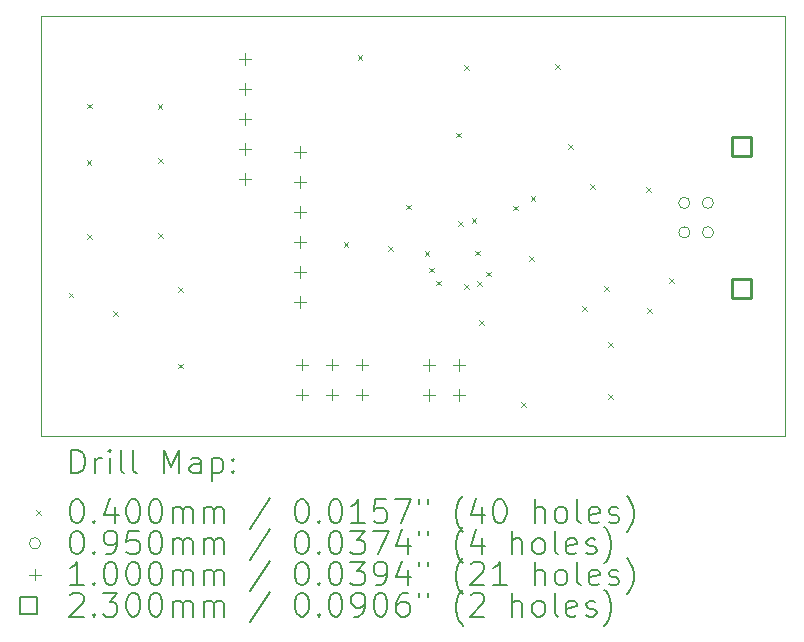
<source format=gbr>
%TF.GenerationSoftware,KiCad,Pcbnew,8.0.1+dfsg-1*%
%TF.CreationDate,2024-03-31T16:11:40+00:00*%
%TF.ProjectId,t1,74312e6b-6963-4616-945f-706362585858,WIP*%
%TF.SameCoordinates,Original*%
%TF.FileFunction,Drillmap*%
%TF.FilePolarity,Positive*%
%FSLAX45Y45*%
G04 Gerber Fmt 4.5, Leading zero omitted, Abs format (unit mm)*
G04 Created by KiCad (PCBNEW 8.0.1+dfsg-1) date 2024-03-31 16:11:40*
%MOMM*%
%LPD*%
G01*
G04 APERTURE LIST*
%ADD10C,0.050000*%
%ADD11C,0.200000*%
%ADD12C,0.100000*%
%ADD13C,0.230000*%
G04 APERTURE END LIST*
D10*
X11900000Y-10130000D02*
X18200000Y-10130000D01*
X18200000Y-10130000D02*
X18200000Y-6570000D01*
X11900000Y-6570000D02*
X11900000Y-10130000D01*
X18200000Y-6570000D02*
X11900000Y-6570000D01*
D11*
D12*
X12136440Y-8913180D02*
X12176440Y-8953180D01*
X12176440Y-8913180D02*
X12136440Y-8953180D01*
X12288840Y-7793040D02*
X12328840Y-7833040D01*
X12328840Y-7793040D02*
X12288840Y-7833040D01*
X12291380Y-7312980D02*
X12331380Y-7352980D01*
X12331380Y-7312980D02*
X12291380Y-7352980D01*
X12293920Y-8420420D02*
X12333920Y-8460420D01*
X12333920Y-8420420D02*
X12293920Y-8460420D01*
X12514900Y-9070660D02*
X12554900Y-9110660D01*
X12554900Y-9070660D02*
X12514900Y-9110660D01*
X12888280Y-7318060D02*
X12928280Y-7358060D01*
X12928280Y-7318060D02*
X12888280Y-7358060D01*
X12890820Y-7775260D02*
X12930820Y-7815260D01*
X12930820Y-7775260D02*
X12890820Y-7815260D01*
X12890820Y-8410260D02*
X12930820Y-8450260D01*
X12930820Y-8410260D02*
X12890820Y-8450260D01*
X13061000Y-9515160D02*
X13101000Y-9555160D01*
X13101000Y-9515160D02*
X13061000Y-9555160D01*
X13063540Y-8870000D02*
X13103540Y-8910000D01*
X13103540Y-8870000D02*
X13063540Y-8910000D01*
X14463080Y-8486460D02*
X14503080Y-8526460D01*
X14503080Y-8486460D02*
X14463080Y-8526460D01*
X14582460Y-6904040D02*
X14622460Y-6944040D01*
X14622460Y-6904040D02*
X14582460Y-6944040D01*
X14839511Y-8518969D02*
X14879511Y-8558969D01*
X14879511Y-8518969D02*
X14839511Y-8558969D01*
X14993940Y-8168960D02*
X15033940Y-8208960D01*
X15033940Y-8168960D02*
X14993940Y-8208960D01*
X15148910Y-8565200D02*
X15188910Y-8605200D01*
X15188910Y-8565200D02*
X15148910Y-8605200D01*
X15186980Y-8702360D02*
X15226980Y-8742360D01*
X15226980Y-8702360D02*
X15186980Y-8742360D01*
X15247940Y-8811580D02*
X15287940Y-8851580D01*
X15287940Y-8811580D02*
X15247940Y-8851580D01*
X15415580Y-7559360D02*
X15455580Y-7599360D01*
X15455580Y-7559360D02*
X15415580Y-7599360D01*
X15433360Y-8308660D02*
X15473360Y-8348660D01*
X15473360Y-8308660D02*
X15433360Y-8348660D01*
X15484160Y-6987860D02*
X15524160Y-7027860D01*
X15524160Y-6987860D02*
X15484160Y-7027860D01*
X15486700Y-8839520D02*
X15526700Y-8879520D01*
X15526700Y-8839520D02*
X15486700Y-8879520D01*
X15547660Y-8285800D02*
X15587660Y-8325800D01*
X15587660Y-8285800D02*
X15547660Y-8325800D01*
X15575600Y-8557580D02*
X15615600Y-8597580D01*
X15615600Y-8557580D02*
X15575600Y-8597580D01*
X15595920Y-8819200D02*
X15635920Y-8859200D01*
X15635920Y-8819200D02*
X15595920Y-8859200D01*
X15608620Y-9149400D02*
X15648620Y-9189400D01*
X15648620Y-9149400D02*
X15608620Y-9189400D01*
X15669580Y-8735380D02*
X15709580Y-8775380D01*
X15709580Y-8735380D02*
X15669580Y-8775380D01*
X15898180Y-8176580D02*
X15938180Y-8216580D01*
X15938180Y-8176580D02*
X15898180Y-8216580D01*
X15964220Y-9840280D02*
X16004220Y-9880280D01*
X16004220Y-9840280D02*
X15964220Y-9880280D01*
X16035340Y-8603300D02*
X16075340Y-8643300D01*
X16075340Y-8603300D02*
X16035340Y-8643300D01*
X16048040Y-8095300D02*
X16088040Y-8135300D01*
X16088040Y-8095300D02*
X16048040Y-8135300D01*
X16256320Y-6980240D02*
X16296320Y-7020240D01*
X16296320Y-6980240D02*
X16256320Y-7020240D01*
X16363000Y-7655880D02*
X16403000Y-7695880D01*
X16403000Y-7655880D02*
X16363000Y-7695880D01*
X16484920Y-9024940D02*
X16524920Y-9064940D01*
X16524920Y-9024940D02*
X16484920Y-9064940D01*
X16553500Y-7996240D02*
X16593500Y-8036240D01*
X16593500Y-7996240D02*
X16553500Y-8036240D01*
X16667800Y-8857300D02*
X16707800Y-8897300D01*
X16707800Y-8857300D02*
X16667800Y-8897300D01*
X16703360Y-9332280D02*
X16743360Y-9372280D01*
X16743360Y-9332280D02*
X16703360Y-9372280D01*
X16705900Y-9774240D02*
X16745900Y-9814240D01*
X16745900Y-9774240D02*
X16705900Y-9814240D01*
X17025940Y-8021640D02*
X17065940Y-8061640D01*
X17065940Y-8021640D02*
X17025940Y-8061640D01*
X17036100Y-9047800D02*
X17076100Y-9087800D01*
X17076100Y-9047800D02*
X17036100Y-9087800D01*
X17218980Y-8793800D02*
X17258980Y-8833800D01*
X17258980Y-8793800D02*
X17218980Y-8833800D01*
X17395700Y-8153400D02*
G75*
G02*
X17300700Y-8153400I-47500J0D01*
G01*
X17300700Y-8153400D02*
G75*
G02*
X17395700Y-8153400I47500J0D01*
G01*
X17395700Y-8403400D02*
G75*
G02*
X17300700Y-8403400I-47500J0D01*
G01*
X17300700Y-8403400D02*
G75*
G02*
X17395700Y-8403400I47500J0D01*
G01*
X17595700Y-8153400D02*
G75*
G02*
X17500700Y-8153400I-47500J0D01*
G01*
X17500700Y-8153400D02*
G75*
G02*
X17595700Y-8153400I47500J0D01*
G01*
X17595700Y-8403400D02*
G75*
G02*
X17500700Y-8403400I-47500J0D01*
G01*
X17500700Y-8403400D02*
G75*
G02*
X17595700Y-8403400I47500J0D01*
G01*
X13630000Y-6884000D02*
X13630000Y-6984000D01*
X13580000Y-6934000D02*
X13680000Y-6934000D01*
X13630000Y-7138000D02*
X13630000Y-7238000D01*
X13580000Y-7188000D02*
X13680000Y-7188000D01*
X13630000Y-7392000D02*
X13630000Y-7492000D01*
X13580000Y-7442000D02*
X13680000Y-7442000D01*
X13630000Y-7646000D02*
X13630000Y-7746000D01*
X13580000Y-7696000D02*
X13680000Y-7696000D01*
X13630000Y-7900000D02*
X13630000Y-8000000D01*
X13580000Y-7950000D02*
X13680000Y-7950000D01*
X14097000Y-7671600D02*
X14097000Y-7771600D01*
X14047000Y-7721600D02*
X14147000Y-7721600D01*
X14097000Y-7925600D02*
X14097000Y-8025600D01*
X14047000Y-7975600D02*
X14147000Y-7975600D01*
X14097000Y-8179600D02*
X14097000Y-8279600D01*
X14047000Y-8229600D02*
X14147000Y-8229600D01*
X14097000Y-8433600D02*
X14097000Y-8533600D01*
X14047000Y-8483600D02*
X14147000Y-8483600D01*
X14097000Y-8687600D02*
X14097000Y-8787600D01*
X14047000Y-8737600D02*
X14147000Y-8737600D01*
X14097000Y-8941600D02*
X14097000Y-9041600D01*
X14047000Y-8991600D02*
X14147000Y-8991600D01*
X14112240Y-9472460D02*
X14112240Y-9572460D01*
X14062240Y-9522460D02*
X14162240Y-9522460D01*
X14112240Y-9726460D02*
X14112240Y-9826460D01*
X14062240Y-9776460D02*
X14162240Y-9776460D01*
X14366240Y-9472460D02*
X14366240Y-9572460D01*
X14316240Y-9522460D02*
X14416240Y-9522460D01*
X14366240Y-9726460D02*
X14366240Y-9826460D01*
X14316240Y-9776460D02*
X14416240Y-9776460D01*
X14620240Y-9472460D02*
X14620240Y-9572460D01*
X14570240Y-9522460D02*
X14670240Y-9522460D01*
X14620240Y-9726460D02*
X14620240Y-9826460D01*
X14570240Y-9776460D02*
X14670240Y-9776460D01*
X15189200Y-9475000D02*
X15189200Y-9575000D01*
X15139200Y-9525000D02*
X15239200Y-9525000D01*
X15189200Y-9729000D02*
X15189200Y-9829000D01*
X15139200Y-9779000D02*
X15239200Y-9779000D01*
X15443200Y-9475000D02*
X15443200Y-9575000D01*
X15393200Y-9525000D02*
X15493200Y-9525000D01*
X15443200Y-9729000D02*
X15443200Y-9829000D01*
X15393200Y-9779000D02*
X15493200Y-9779000D01*
D13*
X17915518Y-7759718D02*
X17915518Y-7597082D01*
X17752882Y-7597082D01*
X17752882Y-7759718D01*
X17915518Y-7759718D01*
X17915518Y-8959718D02*
X17915518Y-8797082D01*
X17752882Y-8797082D01*
X17752882Y-8959718D01*
X17915518Y-8959718D01*
D11*
X12158277Y-10443984D02*
X12158277Y-10243984D01*
X12158277Y-10243984D02*
X12205896Y-10243984D01*
X12205896Y-10243984D02*
X12234467Y-10253508D01*
X12234467Y-10253508D02*
X12253515Y-10272555D01*
X12253515Y-10272555D02*
X12263039Y-10291603D01*
X12263039Y-10291603D02*
X12272562Y-10329698D01*
X12272562Y-10329698D02*
X12272562Y-10358270D01*
X12272562Y-10358270D02*
X12263039Y-10396365D01*
X12263039Y-10396365D02*
X12253515Y-10415412D01*
X12253515Y-10415412D02*
X12234467Y-10434460D01*
X12234467Y-10434460D02*
X12205896Y-10443984D01*
X12205896Y-10443984D02*
X12158277Y-10443984D01*
X12358277Y-10443984D02*
X12358277Y-10310650D01*
X12358277Y-10348746D02*
X12367801Y-10329698D01*
X12367801Y-10329698D02*
X12377324Y-10320174D01*
X12377324Y-10320174D02*
X12396372Y-10310650D01*
X12396372Y-10310650D02*
X12415420Y-10310650D01*
X12482086Y-10443984D02*
X12482086Y-10310650D01*
X12482086Y-10243984D02*
X12472562Y-10253508D01*
X12472562Y-10253508D02*
X12482086Y-10263031D01*
X12482086Y-10263031D02*
X12491610Y-10253508D01*
X12491610Y-10253508D02*
X12482086Y-10243984D01*
X12482086Y-10243984D02*
X12482086Y-10263031D01*
X12605896Y-10443984D02*
X12586848Y-10434460D01*
X12586848Y-10434460D02*
X12577324Y-10415412D01*
X12577324Y-10415412D02*
X12577324Y-10243984D01*
X12710658Y-10443984D02*
X12691610Y-10434460D01*
X12691610Y-10434460D02*
X12682086Y-10415412D01*
X12682086Y-10415412D02*
X12682086Y-10243984D01*
X12939229Y-10443984D02*
X12939229Y-10243984D01*
X12939229Y-10243984D02*
X13005896Y-10386841D01*
X13005896Y-10386841D02*
X13072562Y-10243984D01*
X13072562Y-10243984D02*
X13072562Y-10443984D01*
X13253515Y-10443984D02*
X13253515Y-10339222D01*
X13253515Y-10339222D02*
X13243991Y-10320174D01*
X13243991Y-10320174D02*
X13224943Y-10310650D01*
X13224943Y-10310650D02*
X13186848Y-10310650D01*
X13186848Y-10310650D02*
X13167801Y-10320174D01*
X13253515Y-10434460D02*
X13234467Y-10443984D01*
X13234467Y-10443984D02*
X13186848Y-10443984D01*
X13186848Y-10443984D02*
X13167801Y-10434460D01*
X13167801Y-10434460D02*
X13158277Y-10415412D01*
X13158277Y-10415412D02*
X13158277Y-10396365D01*
X13158277Y-10396365D02*
X13167801Y-10377317D01*
X13167801Y-10377317D02*
X13186848Y-10367793D01*
X13186848Y-10367793D02*
X13234467Y-10367793D01*
X13234467Y-10367793D02*
X13253515Y-10358270D01*
X13348753Y-10310650D02*
X13348753Y-10510650D01*
X13348753Y-10320174D02*
X13367801Y-10310650D01*
X13367801Y-10310650D02*
X13405896Y-10310650D01*
X13405896Y-10310650D02*
X13424943Y-10320174D01*
X13424943Y-10320174D02*
X13434467Y-10329698D01*
X13434467Y-10329698D02*
X13443991Y-10348746D01*
X13443991Y-10348746D02*
X13443991Y-10405889D01*
X13443991Y-10405889D02*
X13434467Y-10424936D01*
X13434467Y-10424936D02*
X13424943Y-10434460D01*
X13424943Y-10434460D02*
X13405896Y-10443984D01*
X13405896Y-10443984D02*
X13367801Y-10443984D01*
X13367801Y-10443984D02*
X13348753Y-10434460D01*
X13529705Y-10424936D02*
X13539229Y-10434460D01*
X13539229Y-10434460D02*
X13529705Y-10443984D01*
X13529705Y-10443984D02*
X13520182Y-10434460D01*
X13520182Y-10434460D02*
X13529705Y-10424936D01*
X13529705Y-10424936D02*
X13529705Y-10443984D01*
X13529705Y-10320174D02*
X13539229Y-10329698D01*
X13539229Y-10329698D02*
X13529705Y-10339222D01*
X13529705Y-10339222D02*
X13520182Y-10329698D01*
X13520182Y-10329698D02*
X13529705Y-10320174D01*
X13529705Y-10320174D02*
X13529705Y-10339222D01*
D12*
X11857500Y-10752500D02*
X11897500Y-10792500D01*
X11897500Y-10752500D02*
X11857500Y-10792500D01*
D11*
X12196372Y-10663984D02*
X12215420Y-10663984D01*
X12215420Y-10663984D02*
X12234467Y-10673508D01*
X12234467Y-10673508D02*
X12243991Y-10683031D01*
X12243991Y-10683031D02*
X12253515Y-10702079D01*
X12253515Y-10702079D02*
X12263039Y-10740174D01*
X12263039Y-10740174D02*
X12263039Y-10787793D01*
X12263039Y-10787793D02*
X12253515Y-10825889D01*
X12253515Y-10825889D02*
X12243991Y-10844936D01*
X12243991Y-10844936D02*
X12234467Y-10854460D01*
X12234467Y-10854460D02*
X12215420Y-10863984D01*
X12215420Y-10863984D02*
X12196372Y-10863984D01*
X12196372Y-10863984D02*
X12177324Y-10854460D01*
X12177324Y-10854460D02*
X12167801Y-10844936D01*
X12167801Y-10844936D02*
X12158277Y-10825889D01*
X12158277Y-10825889D02*
X12148753Y-10787793D01*
X12148753Y-10787793D02*
X12148753Y-10740174D01*
X12148753Y-10740174D02*
X12158277Y-10702079D01*
X12158277Y-10702079D02*
X12167801Y-10683031D01*
X12167801Y-10683031D02*
X12177324Y-10673508D01*
X12177324Y-10673508D02*
X12196372Y-10663984D01*
X12348753Y-10844936D02*
X12358277Y-10854460D01*
X12358277Y-10854460D02*
X12348753Y-10863984D01*
X12348753Y-10863984D02*
X12339229Y-10854460D01*
X12339229Y-10854460D02*
X12348753Y-10844936D01*
X12348753Y-10844936D02*
X12348753Y-10863984D01*
X12529705Y-10730650D02*
X12529705Y-10863984D01*
X12482086Y-10654460D02*
X12434467Y-10797317D01*
X12434467Y-10797317D02*
X12558277Y-10797317D01*
X12672562Y-10663984D02*
X12691610Y-10663984D01*
X12691610Y-10663984D02*
X12710658Y-10673508D01*
X12710658Y-10673508D02*
X12720182Y-10683031D01*
X12720182Y-10683031D02*
X12729705Y-10702079D01*
X12729705Y-10702079D02*
X12739229Y-10740174D01*
X12739229Y-10740174D02*
X12739229Y-10787793D01*
X12739229Y-10787793D02*
X12729705Y-10825889D01*
X12729705Y-10825889D02*
X12720182Y-10844936D01*
X12720182Y-10844936D02*
X12710658Y-10854460D01*
X12710658Y-10854460D02*
X12691610Y-10863984D01*
X12691610Y-10863984D02*
X12672562Y-10863984D01*
X12672562Y-10863984D02*
X12653515Y-10854460D01*
X12653515Y-10854460D02*
X12643991Y-10844936D01*
X12643991Y-10844936D02*
X12634467Y-10825889D01*
X12634467Y-10825889D02*
X12624943Y-10787793D01*
X12624943Y-10787793D02*
X12624943Y-10740174D01*
X12624943Y-10740174D02*
X12634467Y-10702079D01*
X12634467Y-10702079D02*
X12643991Y-10683031D01*
X12643991Y-10683031D02*
X12653515Y-10673508D01*
X12653515Y-10673508D02*
X12672562Y-10663984D01*
X12863039Y-10663984D02*
X12882086Y-10663984D01*
X12882086Y-10663984D02*
X12901134Y-10673508D01*
X12901134Y-10673508D02*
X12910658Y-10683031D01*
X12910658Y-10683031D02*
X12920182Y-10702079D01*
X12920182Y-10702079D02*
X12929705Y-10740174D01*
X12929705Y-10740174D02*
X12929705Y-10787793D01*
X12929705Y-10787793D02*
X12920182Y-10825889D01*
X12920182Y-10825889D02*
X12910658Y-10844936D01*
X12910658Y-10844936D02*
X12901134Y-10854460D01*
X12901134Y-10854460D02*
X12882086Y-10863984D01*
X12882086Y-10863984D02*
X12863039Y-10863984D01*
X12863039Y-10863984D02*
X12843991Y-10854460D01*
X12843991Y-10854460D02*
X12834467Y-10844936D01*
X12834467Y-10844936D02*
X12824943Y-10825889D01*
X12824943Y-10825889D02*
X12815420Y-10787793D01*
X12815420Y-10787793D02*
X12815420Y-10740174D01*
X12815420Y-10740174D02*
X12824943Y-10702079D01*
X12824943Y-10702079D02*
X12834467Y-10683031D01*
X12834467Y-10683031D02*
X12843991Y-10673508D01*
X12843991Y-10673508D02*
X12863039Y-10663984D01*
X13015420Y-10863984D02*
X13015420Y-10730650D01*
X13015420Y-10749698D02*
X13024943Y-10740174D01*
X13024943Y-10740174D02*
X13043991Y-10730650D01*
X13043991Y-10730650D02*
X13072563Y-10730650D01*
X13072563Y-10730650D02*
X13091610Y-10740174D01*
X13091610Y-10740174D02*
X13101134Y-10759222D01*
X13101134Y-10759222D02*
X13101134Y-10863984D01*
X13101134Y-10759222D02*
X13110658Y-10740174D01*
X13110658Y-10740174D02*
X13129705Y-10730650D01*
X13129705Y-10730650D02*
X13158277Y-10730650D01*
X13158277Y-10730650D02*
X13177324Y-10740174D01*
X13177324Y-10740174D02*
X13186848Y-10759222D01*
X13186848Y-10759222D02*
X13186848Y-10863984D01*
X13282086Y-10863984D02*
X13282086Y-10730650D01*
X13282086Y-10749698D02*
X13291610Y-10740174D01*
X13291610Y-10740174D02*
X13310658Y-10730650D01*
X13310658Y-10730650D02*
X13339229Y-10730650D01*
X13339229Y-10730650D02*
X13358277Y-10740174D01*
X13358277Y-10740174D02*
X13367801Y-10759222D01*
X13367801Y-10759222D02*
X13367801Y-10863984D01*
X13367801Y-10759222D02*
X13377324Y-10740174D01*
X13377324Y-10740174D02*
X13396372Y-10730650D01*
X13396372Y-10730650D02*
X13424943Y-10730650D01*
X13424943Y-10730650D02*
X13443991Y-10740174D01*
X13443991Y-10740174D02*
X13453515Y-10759222D01*
X13453515Y-10759222D02*
X13453515Y-10863984D01*
X13843991Y-10654460D02*
X13672563Y-10911603D01*
X14101134Y-10663984D02*
X14120182Y-10663984D01*
X14120182Y-10663984D02*
X14139229Y-10673508D01*
X14139229Y-10673508D02*
X14148753Y-10683031D01*
X14148753Y-10683031D02*
X14158277Y-10702079D01*
X14158277Y-10702079D02*
X14167801Y-10740174D01*
X14167801Y-10740174D02*
X14167801Y-10787793D01*
X14167801Y-10787793D02*
X14158277Y-10825889D01*
X14158277Y-10825889D02*
X14148753Y-10844936D01*
X14148753Y-10844936D02*
X14139229Y-10854460D01*
X14139229Y-10854460D02*
X14120182Y-10863984D01*
X14120182Y-10863984D02*
X14101134Y-10863984D01*
X14101134Y-10863984D02*
X14082086Y-10854460D01*
X14082086Y-10854460D02*
X14072563Y-10844936D01*
X14072563Y-10844936D02*
X14063039Y-10825889D01*
X14063039Y-10825889D02*
X14053515Y-10787793D01*
X14053515Y-10787793D02*
X14053515Y-10740174D01*
X14053515Y-10740174D02*
X14063039Y-10702079D01*
X14063039Y-10702079D02*
X14072563Y-10683031D01*
X14072563Y-10683031D02*
X14082086Y-10673508D01*
X14082086Y-10673508D02*
X14101134Y-10663984D01*
X14253515Y-10844936D02*
X14263039Y-10854460D01*
X14263039Y-10854460D02*
X14253515Y-10863984D01*
X14253515Y-10863984D02*
X14243991Y-10854460D01*
X14243991Y-10854460D02*
X14253515Y-10844936D01*
X14253515Y-10844936D02*
X14253515Y-10863984D01*
X14386848Y-10663984D02*
X14405896Y-10663984D01*
X14405896Y-10663984D02*
X14424944Y-10673508D01*
X14424944Y-10673508D02*
X14434467Y-10683031D01*
X14434467Y-10683031D02*
X14443991Y-10702079D01*
X14443991Y-10702079D02*
X14453515Y-10740174D01*
X14453515Y-10740174D02*
X14453515Y-10787793D01*
X14453515Y-10787793D02*
X14443991Y-10825889D01*
X14443991Y-10825889D02*
X14434467Y-10844936D01*
X14434467Y-10844936D02*
X14424944Y-10854460D01*
X14424944Y-10854460D02*
X14405896Y-10863984D01*
X14405896Y-10863984D02*
X14386848Y-10863984D01*
X14386848Y-10863984D02*
X14367801Y-10854460D01*
X14367801Y-10854460D02*
X14358277Y-10844936D01*
X14358277Y-10844936D02*
X14348753Y-10825889D01*
X14348753Y-10825889D02*
X14339229Y-10787793D01*
X14339229Y-10787793D02*
X14339229Y-10740174D01*
X14339229Y-10740174D02*
X14348753Y-10702079D01*
X14348753Y-10702079D02*
X14358277Y-10683031D01*
X14358277Y-10683031D02*
X14367801Y-10673508D01*
X14367801Y-10673508D02*
X14386848Y-10663984D01*
X14643991Y-10863984D02*
X14529706Y-10863984D01*
X14586848Y-10863984D02*
X14586848Y-10663984D01*
X14586848Y-10663984D02*
X14567801Y-10692555D01*
X14567801Y-10692555D02*
X14548753Y-10711603D01*
X14548753Y-10711603D02*
X14529706Y-10721127D01*
X14824944Y-10663984D02*
X14729706Y-10663984D01*
X14729706Y-10663984D02*
X14720182Y-10759222D01*
X14720182Y-10759222D02*
X14729706Y-10749698D01*
X14729706Y-10749698D02*
X14748753Y-10740174D01*
X14748753Y-10740174D02*
X14796372Y-10740174D01*
X14796372Y-10740174D02*
X14815420Y-10749698D01*
X14815420Y-10749698D02*
X14824944Y-10759222D01*
X14824944Y-10759222D02*
X14834467Y-10778270D01*
X14834467Y-10778270D02*
X14834467Y-10825889D01*
X14834467Y-10825889D02*
X14824944Y-10844936D01*
X14824944Y-10844936D02*
X14815420Y-10854460D01*
X14815420Y-10854460D02*
X14796372Y-10863984D01*
X14796372Y-10863984D02*
X14748753Y-10863984D01*
X14748753Y-10863984D02*
X14729706Y-10854460D01*
X14729706Y-10854460D02*
X14720182Y-10844936D01*
X14901134Y-10663984D02*
X15034467Y-10663984D01*
X15034467Y-10663984D02*
X14948753Y-10863984D01*
X15101134Y-10663984D02*
X15101134Y-10702079D01*
X15177325Y-10663984D02*
X15177325Y-10702079D01*
X15472563Y-10940174D02*
X15463039Y-10930650D01*
X15463039Y-10930650D02*
X15443991Y-10902079D01*
X15443991Y-10902079D02*
X15434468Y-10883031D01*
X15434468Y-10883031D02*
X15424944Y-10854460D01*
X15424944Y-10854460D02*
X15415420Y-10806841D01*
X15415420Y-10806841D02*
X15415420Y-10768746D01*
X15415420Y-10768746D02*
X15424944Y-10721127D01*
X15424944Y-10721127D02*
X15434468Y-10692555D01*
X15434468Y-10692555D02*
X15443991Y-10673508D01*
X15443991Y-10673508D02*
X15463039Y-10644936D01*
X15463039Y-10644936D02*
X15472563Y-10635412D01*
X15634468Y-10730650D02*
X15634468Y-10863984D01*
X15586848Y-10654460D02*
X15539229Y-10797317D01*
X15539229Y-10797317D02*
X15663039Y-10797317D01*
X15777325Y-10663984D02*
X15796372Y-10663984D01*
X15796372Y-10663984D02*
X15815420Y-10673508D01*
X15815420Y-10673508D02*
X15824944Y-10683031D01*
X15824944Y-10683031D02*
X15834468Y-10702079D01*
X15834468Y-10702079D02*
X15843991Y-10740174D01*
X15843991Y-10740174D02*
X15843991Y-10787793D01*
X15843991Y-10787793D02*
X15834468Y-10825889D01*
X15834468Y-10825889D02*
X15824944Y-10844936D01*
X15824944Y-10844936D02*
X15815420Y-10854460D01*
X15815420Y-10854460D02*
X15796372Y-10863984D01*
X15796372Y-10863984D02*
X15777325Y-10863984D01*
X15777325Y-10863984D02*
X15758277Y-10854460D01*
X15758277Y-10854460D02*
X15748753Y-10844936D01*
X15748753Y-10844936D02*
X15739229Y-10825889D01*
X15739229Y-10825889D02*
X15729706Y-10787793D01*
X15729706Y-10787793D02*
X15729706Y-10740174D01*
X15729706Y-10740174D02*
X15739229Y-10702079D01*
X15739229Y-10702079D02*
X15748753Y-10683031D01*
X15748753Y-10683031D02*
X15758277Y-10673508D01*
X15758277Y-10673508D02*
X15777325Y-10663984D01*
X16082087Y-10863984D02*
X16082087Y-10663984D01*
X16167801Y-10863984D02*
X16167801Y-10759222D01*
X16167801Y-10759222D02*
X16158277Y-10740174D01*
X16158277Y-10740174D02*
X16139230Y-10730650D01*
X16139230Y-10730650D02*
X16110658Y-10730650D01*
X16110658Y-10730650D02*
X16091610Y-10740174D01*
X16091610Y-10740174D02*
X16082087Y-10749698D01*
X16291610Y-10863984D02*
X16272563Y-10854460D01*
X16272563Y-10854460D02*
X16263039Y-10844936D01*
X16263039Y-10844936D02*
X16253515Y-10825889D01*
X16253515Y-10825889D02*
X16253515Y-10768746D01*
X16253515Y-10768746D02*
X16263039Y-10749698D01*
X16263039Y-10749698D02*
X16272563Y-10740174D01*
X16272563Y-10740174D02*
X16291610Y-10730650D01*
X16291610Y-10730650D02*
X16320182Y-10730650D01*
X16320182Y-10730650D02*
X16339230Y-10740174D01*
X16339230Y-10740174D02*
X16348753Y-10749698D01*
X16348753Y-10749698D02*
X16358277Y-10768746D01*
X16358277Y-10768746D02*
X16358277Y-10825889D01*
X16358277Y-10825889D02*
X16348753Y-10844936D01*
X16348753Y-10844936D02*
X16339230Y-10854460D01*
X16339230Y-10854460D02*
X16320182Y-10863984D01*
X16320182Y-10863984D02*
X16291610Y-10863984D01*
X16472563Y-10863984D02*
X16453515Y-10854460D01*
X16453515Y-10854460D02*
X16443991Y-10835412D01*
X16443991Y-10835412D02*
X16443991Y-10663984D01*
X16624944Y-10854460D02*
X16605896Y-10863984D01*
X16605896Y-10863984D02*
X16567801Y-10863984D01*
X16567801Y-10863984D02*
X16548753Y-10854460D01*
X16548753Y-10854460D02*
X16539230Y-10835412D01*
X16539230Y-10835412D02*
X16539230Y-10759222D01*
X16539230Y-10759222D02*
X16548753Y-10740174D01*
X16548753Y-10740174D02*
X16567801Y-10730650D01*
X16567801Y-10730650D02*
X16605896Y-10730650D01*
X16605896Y-10730650D02*
X16624944Y-10740174D01*
X16624944Y-10740174D02*
X16634468Y-10759222D01*
X16634468Y-10759222D02*
X16634468Y-10778270D01*
X16634468Y-10778270D02*
X16539230Y-10797317D01*
X16710658Y-10854460D02*
X16729706Y-10863984D01*
X16729706Y-10863984D02*
X16767801Y-10863984D01*
X16767801Y-10863984D02*
X16786849Y-10854460D01*
X16786849Y-10854460D02*
X16796373Y-10835412D01*
X16796373Y-10835412D02*
X16796373Y-10825889D01*
X16796373Y-10825889D02*
X16786849Y-10806841D01*
X16786849Y-10806841D02*
X16767801Y-10797317D01*
X16767801Y-10797317D02*
X16739230Y-10797317D01*
X16739230Y-10797317D02*
X16720182Y-10787793D01*
X16720182Y-10787793D02*
X16710658Y-10768746D01*
X16710658Y-10768746D02*
X16710658Y-10759222D01*
X16710658Y-10759222D02*
X16720182Y-10740174D01*
X16720182Y-10740174D02*
X16739230Y-10730650D01*
X16739230Y-10730650D02*
X16767801Y-10730650D01*
X16767801Y-10730650D02*
X16786849Y-10740174D01*
X16863039Y-10940174D02*
X16872563Y-10930650D01*
X16872563Y-10930650D02*
X16891611Y-10902079D01*
X16891611Y-10902079D02*
X16901134Y-10883031D01*
X16901134Y-10883031D02*
X16910658Y-10854460D01*
X16910658Y-10854460D02*
X16920182Y-10806841D01*
X16920182Y-10806841D02*
X16920182Y-10768746D01*
X16920182Y-10768746D02*
X16910658Y-10721127D01*
X16910658Y-10721127D02*
X16901134Y-10692555D01*
X16901134Y-10692555D02*
X16891611Y-10673508D01*
X16891611Y-10673508D02*
X16872563Y-10644936D01*
X16872563Y-10644936D02*
X16863039Y-10635412D01*
D12*
X11897500Y-11036500D02*
G75*
G02*
X11802500Y-11036500I-47500J0D01*
G01*
X11802500Y-11036500D02*
G75*
G02*
X11897500Y-11036500I47500J0D01*
G01*
D11*
X12196372Y-10927984D02*
X12215420Y-10927984D01*
X12215420Y-10927984D02*
X12234467Y-10937508D01*
X12234467Y-10937508D02*
X12243991Y-10947031D01*
X12243991Y-10947031D02*
X12253515Y-10966079D01*
X12253515Y-10966079D02*
X12263039Y-11004174D01*
X12263039Y-11004174D02*
X12263039Y-11051793D01*
X12263039Y-11051793D02*
X12253515Y-11089889D01*
X12253515Y-11089889D02*
X12243991Y-11108936D01*
X12243991Y-11108936D02*
X12234467Y-11118460D01*
X12234467Y-11118460D02*
X12215420Y-11127984D01*
X12215420Y-11127984D02*
X12196372Y-11127984D01*
X12196372Y-11127984D02*
X12177324Y-11118460D01*
X12177324Y-11118460D02*
X12167801Y-11108936D01*
X12167801Y-11108936D02*
X12158277Y-11089889D01*
X12158277Y-11089889D02*
X12148753Y-11051793D01*
X12148753Y-11051793D02*
X12148753Y-11004174D01*
X12148753Y-11004174D02*
X12158277Y-10966079D01*
X12158277Y-10966079D02*
X12167801Y-10947031D01*
X12167801Y-10947031D02*
X12177324Y-10937508D01*
X12177324Y-10937508D02*
X12196372Y-10927984D01*
X12348753Y-11108936D02*
X12358277Y-11118460D01*
X12358277Y-11118460D02*
X12348753Y-11127984D01*
X12348753Y-11127984D02*
X12339229Y-11118460D01*
X12339229Y-11118460D02*
X12348753Y-11108936D01*
X12348753Y-11108936D02*
X12348753Y-11127984D01*
X12453515Y-11127984D02*
X12491610Y-11127984D01*
X12491610Y-11127984D02*
X12510658Y-11118460D01*
X12510658Y-11118460D02*
X12520182Y-11108936D01*
X12520182Y-11108936D02*
X12539229Y-11080365D01*
X12539229Y-11080365D02*
X12548753Y-11042270D01*
X12548753Y-11042270D02*
X12548753Y-10966079D01*
X12548753Y-10966079D02*
X12539229Y-10947031D01*
X12539229Y-10947031D02*
X12529705Y-10937508D01*
X12529705Y-10937508D02*
X12510658Y-10927984D01*
X12510658Y-10927984D02*
X12472562Y-10927984D01*
X12472562Y-10927984D02*
X12453515Y-10937508D01*
X12453515Y-10937508D02*
X12443991Y-10947031D01*
X12443991Y-10947031D02*
X12434467Y-10966079D01*
X12434467Y-10966079D02*
X12434467Y-11013698D01*
X12434467Y-11013698D02*
X12443991Y-11032746D01*
X12443991Y-11032746D02*
X12453515Y-11042270D01*
X12453515Y-11042270D02*
X12472562Y-11051793D01*
X12472562Y-11051793D02*
X12510658Y-11051793D01*
X12510658Y-11051793D02*
X12529705Y-11042270D01*
X12529705Y-11042270D02*
X12539229Y-11032746D01*
X12539229Y-11032746D02*
X12548753Y-11013698D01*
X12729705Y-10927984D02*
X12634467Y-10927984D01*
X12634467Y-10927984D02*
X12624943Y-11023222D01*
X12624943Y-11023222D02*
X12634467Y-11013698D01*
X12634467Y-11013698D02*
X12653515Y-11004174D01*
X12653515Y-11004174D02*
X12701134Y-11004174D01*
X12701134Y-11004174D02*
X12720182Y-11013698D01*
X12720182Y-11013698D02*
X12729705Y-11023222D01*
X12729705Y-11023222D02*
X12739229Y-11042270D01*
X12739229Y-11042270D02*
X12739229Y-11089889D01*
X12739229Y-11089889D02*
X12729705Y-11108936D01*
X12729705Y-11108936D02*
X12720182Y-11118460D01*
X12720182Y-11118460D02*
X12701134Y-11127984D01*
X12701134Y-11127984D02*
X12653515Y-11127984D01*
X12653515Y-11127984D02*
X12634467Y-11118460D01*
X12634467Y-11118460D02*
X12624943Y-11108936D01*
X12863039Y-10927984D02*
X12882086Y-10927984D01*
X12882086Y-10927984D02*
X12901134Y-10937508D01*
X12901134Y-10937508D02*
X12910658Y-10947031D01*
X12910658Y-10947031D02*
X12920182Y-10966079D01*
X12920182Y-10966079D02*
X12929705Y-11004174D01*
X12929705Y-11004174D02*
X12929705Y-11051793D01*
X12929705Y-11051793D02*
X12920182Y-11089889D01*
X12920182Y-11089889D02*
X12910658Y-11108936D01*
X12910658Y-11108936D02*
X12901134Y-11118460D01*
X12901134Y-11118460D02*
X12882086Y-11127984D01*
X12882086Y-11127984D02*
X12863039Y-11127984D01*
X12863039Y-11127984D02*
X12843991Y-11118460D01*
X12843991Y-11118460D02*
X12834467Y-11108936D01*
X12834467Y-11108936D02*
X12824943Y-11089889D01*
X12824943Y-11089889D02*
X12815420Y-11051793D01*
X12815420Y-11051793D02*
X12815420Y-11004174D01*
X12815420Y-11004174D02*
X12824943Y-10966079D01*
X12824943Y-10966079D02*
X12834467Y-10947031D01*
X12834467Y-10947031D02*
X12843991Y-10937508D01*
X12843991Y-10937508D02*
X12863039Y-10927984D01*
X13015420Y-11127984D02*
X13015420Y-10994650D01*
X13015420Y-11013698D02*
X13024943Y-11004174D01*
X13024943Y-11004174D02*
X13043991Y-10994650D01*
X13043991Y-10994650D02*
X13072563Y-10994650D01*
X13072563Y-10994650D02*
X13091610Y-11004174D01*
X13091610Y-11004174D02*
X13101134Y-11023222D01*
X13101134Y-11023222D02*
X13101134Y-11127984D01*
X13101134Y-11023222D02*
X13110658Y-11004174D01*
X13110658Y-11004174D02*
X13129705Y-10994650D01*
X13129705Y-10994650D02*
X13158277Y-10994650D01*
X13158277Y-10994650D02*
X13177324Y-11004174D01*
X13177324Y-11004174D02*
X13186848Y-11023222D01*
X13186848Y-11023222D02*
X13186848Y-11127984D01*
X13282086Y-11127984D02*
X13282086Y-10994650D01*
X13282086Y-11013698D02*
X13291610Y-11004174D01*
X13291610Y-11004174D02*
X13310658Y-10994650D01*
X13310658Y-10994650D02*
X13339229Y-10994650D01*
X13339229Y-10994650D02*
X13358277Y-11004174D01*
X13358277Y-11004174D02*
X13367801Y-11023222D01*
X13367801Y-11023222D02*
X13367801Y-11127984D01*
X13367801Y-11023222D02*
X13377324Y-11004174D01*
X13377324Y-11004174D02*
X13396372Y-10994650D01*
X13396372Y-10994650D02*
X13424943Y-10994650D01*
X13424943Y-10994650D02*
X13443991Y-11004174D01*
X13443991Y-11004174D02*
X13453515Y-11023222D01*
X13453515Y-11023222D02*
X13453515Y-11127984D01*
X13843991Y-10918460D02*
X13672563Y-11175603D01*
X14101134Y-10927984D02*
X14120182Y-10927984D01*
X14120182Y-10927984D02*
X14139229Y-10937508D01*
X14139229Y-10937508D02*
X14148753Y-10947031D01*
X14148753Y-10947031D02*
X14158277Y-10966079D01*
X14158277Y-10966079D02*
X14167801Y-11004174D01*
X14167801Y-11004174D02*
X14167801Y-11051793D01*
X14167801Y-11051793D02*
X14158277Y-11089889D01*
X14158277Y-11089889D02*
X14148753Y-11108936D01*
X14148753Y-11108936D02*
X14139229Y-11118460D01*
X14139229Y-11118460D02*
X14120182Y-11127984D01*
X14120182Y-11127984D02*
X14101134Y-11127984D01*
X14101134Y-11127984D02*
X14082086Y-11118460D01*
X14082086Y-11118460D02*
X14072563Y-11108936D01*
X14072563Y-11108936D02*
X14063039Y-11089889D01*
X14063039Y-11089889D02*
X14053515Y-11051793D01*
X14053515Y-11051793D02*
X14053515Y-11004174D01*
X14053515Y-11004174D02*
X14063039Y-10966079D01*
X14063039Y-10966079D02*
X14072563Y-10947031D01*
X14072563Y-10947031D02*
X14082086Y-10937508D01*
X14082086Y-10937508D02*
X14101134Y-10927984D01*
X14253515Y-11108936D02*
X14263039Y-11118460D01*
X14263039Y-11118460D02*
X14253515Y-11127984D01*
X14253515Y-11127984D02*
X14243991Y-11118460D01*
X14243991Y-11118460D02*
X14253515Y-11108936D01*
X14253515Y-11108936D02*
X14253515Y-11127984D01*
X14386848Y-10927984D02*
X14405896Y-10927984D01*
X14405896Y-10927984D02*
X14424944Y-10937508D01*
X14424944Y-10937508D02*
X14434467Y-10947031D01*
X14434467Y-10947031D02*
X14443991Y-10966079D01*
X14443991Y-10966079D02*
X14453515Y-11004174D01*
X14453515Y-11004174D02*
X14453515Y-11051793D01*
X14453515Y-11051793D02*
X14443991Y-11089889D01*
X14443991Y-11089889D02*
X14434467Y-11108936D01*
X14434467Y-11108936D02*
X14424944Y-11118460D01*
X14424944Y-11118460D02*
X14405896Y-11127984D01*
X14405896Y-11127984D02*
X14386848Y-11127984D01*
X14386848Y-11127984D02*
X14367801Y-11118460D01*
X14367801Y-11118460D02*
X14358277Y-11108936D01*
X14358277Y-11108936D02*
X14348753Y-11089889D01*
X14348753Y-11089889D02*
X14339229Y-11051793D01*
X14339229Y-11051793D02*
X14339229Y-11004174D01*
X14339229Y-11004174D02*
X14348753Y-10966079D01*
X14348753Y-10966079D02*
X14358277Y-10947031D01*
X14358277Y-10947031D02*
X14367801Y-10937508D01*
X14367801Y-10937508D02*
X14386848Y-10927984D01*
X14520182Y-10927984D02*
X14643991Y-10927984D01*
X14643991Y-10927984D02*
X14577325Y-11004174D01*
X14577325Y-11004174D02*
X14605896Y-11004174D01*
X14605896Y-11004174D02*
X14624944Y-11013698D01*
X14624944Y-11013698D02*
X14634467Y-11023222D01*
X14634467Y-11023222D02*
X14643991Y-11042270D01*
X14643991Y-11042270D02*
X14643991Y-11089889D01*
X14643991Y-11089889D02*
X14634467Y-11108936D01*
X14634467Y-11108936D02*
X14624944Y-11118460D01*
X14624944Y-11118460D02*
X14605896Y-11127984D01*
X14605896Y-11127984D02*
X14548753Y-11127984D01*
X14548753Y-11127984D02*
X14529706Y-11118460D01*
X14529706Y-11118460D02*
X14520182Y-11108936D01*
X14710658Y-10927984D02*
X14843991Y-10927984D01*
X14843991Y-10927984D02*
X14758277Y-11127984D01*
X15005896Y-10994650D02*
X15005896Y-11127984D01*
X14958277Y-10918460D02*
X14910658Y-11061317D01*
X14910658Y-11061317D02*
X15034467Y-11061317D01*
X15101134Y-10927984D02*
X15101134Y-10966079D01*
X15177325Y-10927984D02*
X15177325Y-10966079D01*
X15472563Y-11204174D02*
X15463039Y-11194650D01*
X15463039Y-11194650D02*
X15443991Y-11166079D01*
X15443991Y-11166079D02*
X15434468Y-11147031D01*
X15434468Y-11147031D02*
X15424944Y-11118460D01*
X15424944Y-11118460D02*
X15415420Y-11070841D01*
X15415420Y-11070841D02*
X15415420Y-11032746D01*
X15415420Y-11032746D02*
X15424944Y-10985127D01*
X15424944Y-10985127D02*
X15434468Y-10956555D01*
X15434468Y-10956555D02*
X15443991Y-10937508D01*
X15443991Y-10937508D02*
X15463039Y-10908936D01*
X15463039Y-10908936D02*
X15472563Y-10899412D01*
X15634468Y-10994650D02*
X15634468Y-11127984D01*
X15586848Y-10918460D02*
X15539229Y-11061317D01*
X15539229Y-11061317D02*
X15663039Y-11061317D01*
X15891610Y-11127984D02*
X15891610Y-10927984D01*
X15977325Y-11127984D02*
X15977325Y-11023222D01*
X15977325Y-11023222D02*
X15967801Y-11004174D01*
X15967801Y-11004174D02*
X15948753Y-10994650D01*
X15948753Y-10994650D02*
X15920182Y-10994650D01*
X15920182Y-10994650D02*
X15901134Y-11004174D01*
X15901134Y-11004174D02*
X15891610Y-11013698D01*
X16101134Y-11127984D02*
X16082087Y-11118460D01*
X16082087Y-11118460D02*
X16072563Y-11108936D01*
X16072563Y-11108936D02*
X16063039Y-11089889D01*
X16063039Y-11089889D02*
X16063039Y-11032746D01*
X16063039Y-11032746D02*
X16072563Y-11013698D01*
X16072563Y-11013698D02*
X16082087Y-11004174D01*
X16082087Y-11004174D02*
X16101134Y-10994650D01*
X16101134Y-10994650D02*
X16129706Y-10994650D01*
X16129706Y-10994650D02*
X16148753Y-11004174D01*
X16148753Y-11004174D02*
X16158277Y-11013698D01*
X16158277Y-11013698D02*
X16167801Y-11032746D01*
X16167801Y-11032746D02*
X16167801Y-11089889D01*
X16167801Y-11089889D02*
X16158277Y-11108936D01*
X16158277Y-11108936D02*
X16148753Y-11118460D01*
X16148753Y-11118460D02*
X16129706Y-11127984D01*
X16129706Y-11127984D02*
X16101134Y-11127984D01*
X16282087Y-11127984D02*
X16263039Y-11118460D01*
X16263039Y-11118460D02*
X16253515Y-11099412D01*
X16253515Y-11099412D02*
X16253515Y-10927984D01*
X16434468Y-11118460D02*
X16415420Y-11127984D01*
X16415420Y-11127984D02*
X16377325Y-11127984D01*
X16377325Y-11127984D02*
X16358277Y-11118460D01*
X16358277Y-11118460D02*
X16348753Y-11099412D01*
X16348753Y-11099412D02*
X16348753Y-11023222D01*
X16348753Y-11023222D02*
X16358277Y-11004174D01*
X16358277Y-11004174D02*
X16377325Y-10994650D01*
X16377325Y-10994650D02*
X16415420Y-10994650D01*
X16415420Y-10994650D02*
X16434468Y-11004174D01*
X16434468Y-11004174D02*
X16443991Y-11023222D01*
X16443991Y-11023222D02*
X16443991Y-11042270D01*
X16443991Y-11042270D02*
X16348753Y-11061317D01*
X16520182Y-11118460D02*
X16539230Y-11127984D01*
X16539230Y-11127984D02*
X16577325Y-11127984D01*
X16577325Y-11127984D02*
X16596372Y-11118460D01*
X16596372Y-11118460D02*
X16605896Y-11099412D01*
X16605896Y-11099412D02*
X16605896Y-11089889D01*
X16605896Y-11089889D02*
X16596372Y-11070841D01*
X16596372Y-11070841D02*
X16577325Y-11061317D01*
X16577325Y-11061317D02*
X16548753Y-11061317D01*
X16548753Y-11061317D02*
X16529706Y-11051793D01*
X16529706Y-11051793D02*
X16520182Y-11032746D01*
X16520182Y-11032746D02*
X16520182Y-11023222D01*
X16520182Y-11023222D02*
X16529706Y-11004174D01*
X16529706Y-11004174D02*
X16548753Y-10994650D01*
X16548753Y-10994650D02*
X16577325Y-10994650D01*
X16577325Y-10994650D02*
X16596372Y-11004174D01*
X16672563Y-11204174D02*
X16682087Y-11194650D01*
X16682087Y-11194650D02*
X16701134Y-11166079D01*
X16701134Y-11166079D02*
X16710658Y-11147031D01*
X16710658Y-11147031D02*
X16720182Y-11118460D01*
X16720182Y-11118460D02*
X16729706Y-11070841D01*
X16729706Y-11070841D02*
X16729706Y-11032746D01*
X16729706Y-11032746D02*
X16720182Y-10985127D01*
X16720182Y-10985127D02*
X16710658Y-10956555D01*
X16710658Y-10956555D02*
X16701134Y-10937508D01*
X16701134Y-10937508D02*
X16682087Y-10908936D01*
X16682087Y-10908936D02*
X16672563Y-10899412D01*
D12*
X11847500Y-11250500D02*
X11847500Y-11350500D01*
X11797500Y-11300500D02*
X11897500Y-11300500D01*
D11*
X12263039Y-11391984D02*
X12148753Y-11391984D01*
X12205896Y-11391984D02*
X12205896Y-11191984D01*
X12205896Y-11191984D02*
X12186848Y-11220555D01*
X12186848Y-11220555D02*
X12167801Y-11239603D01*
X12167801Y-11239603D02*
X12148753Y-11249127D01*
X12348753Y-11372936D02*
X12358277Y-11382460D01*
X12358277Y-11382460D02*
X12348753Y-11391984D01*
X12348753Y-11391984D02*
X12339229Y-11382460D01*
X12339229Y-11382460D02*
X12348753Y-11372936D01*
X12348753Y-11372936D02*
X12348753Y-11391984D01*
X12482086Y-11191984D02*
X12501134Y-11191984D01*
X12501134Y-11191984D02*
X12520182Y-11201508D01*
X12520182Y-11201508D02*
X12529705Y-11211031D01*
X12529705Y-11211031D02*
X12539229Y-11230079D01*
X12539229Y-11230079D02*
X12548753Y-11268174D01*
X12548753Y-11268174D02*
X12548753Y-11315793D01*
X12548753Y-11315793D02*
X12539229Y-11353888D01*
X12539229Y-11353888D02*
X12529705Y-11372936D01*
X12529705Y-11372936D02*
X12520182Y-11382460D01*
X12520182Y-11382460D02*
X12501134Y-11391984D01*
X12501134Y-11391984D02*
X12482086Y-11391984D01*
X12482086Y-11391984D02*
X12463039Y-11382460D01*
X12463039Y-11382460D02*
X12453515Y-11372936D01*
X12453515Y-11372936D02*
X12443991Y-11353888D01*
X12443991Y-11353888D02*
X12434467Y-11315793D01*
X12434467Y-11315793D02*
X12434467Y-11268174D01*
X12434467Y-11268174D02*
X12443991Y-11230079D01*
X12443991Y-11230079D02*
X12453515Y-11211031D01*
X12453515Y-11211031D02*
X12463039Y-11201508D01*
X12463039Y-11201508D02*
X12482086Y-11191984D01*
X12672562Y-11191984D02*
X12691610Y-11191984D01*
X12691610Y-11191984D02*
X12710658Y-11201508D01*
X12710658Y-11201508D02*
X12720182Y-11211031D01*
X12720182Y-11211031D02*
X12729705Y-11230079D01*
X12729705Y-11230079D02*
X12739229Y-11268174D01*
X12739229Y-11268174D02*
X12739229Y-11315793D01*
X12739229Y-11315793D02*
X12729705Y-11353888D01*
X12729705Y-11353888D02*
X12720182Y-11372936D01*
X12720182Y-11372936D02*
X12710658Y-11382460D01*
X12710658Y-11382460D02*
X12691610Y-11391984D01*
X12691610Y-11391984D02*
X12672562Y-11391984D01*
X12672562Y-11391984D02*
X12653515Y-11382460D01*
X12653515Y-11382460D02*
X12643991Y-11372936D01*
X12643991Y-11372936D02*
X12634467Y-11353888D01*
X12634467Y-11353888D02*
X12624943Y-11315793D01*
X12624943Y-11315793D02*
X12624943Y-11268174D01*
X12624943Y-11268174D02*
X12634467Y-11230079D01*
X12634467Y-11230079D02*
X12643991Y-11211031D01*
X12643991Y-11211031D02*
X12653515Y-11201508D01*
X12653515Y-11201508D02*
X12672562Y-11191984D01*
X12863039Y-11191984D02*
X12882086Y-11191984D01*
X12882086Y-11191984D02*
X12901134Y-11201508D01*
X12901134Y-11201508D02*
X12910658Y-11211031D01*
X12910658Y-11211031D02*
X12920182Y-11230079D01*
X12920182Y-11230079D02*
X12929705Y-11268174D01*
X12929705Y-11268174D02*
X12929705Y-11315793D01*
X12929705Y-11315793D02*
X12920182Y-11353888D01*
X12920182Y-11353888D02*
X12910658Y-11372936D01*
X12910658Y-11372936D02*
X12901134Y-11382460D01*
X12901134Y-11382460D02*
X12882086Y-11391984D01*
X12882086Y-11391984D02*
X12863039Y-11391984D01*
X12863039Y-11391984D02*
X12843991Y-11382460D01*
X12843991Y-11382460D02*
X12834467Y-11372936D01*
X12834467Y-11372936D02*
X12824943Y-11353888D01*
X12824943Y-11353888D02*
X12815420Y-11315793D01*
X12815420Y-11315793D02*
X12815420Y-11268174D01*
X12815420Y-11268174D02*
X12824943Y-11230079D01*
X12824943Y-11230079D02*
X12834467Y-11211031D01*
X12834467Y-11211031D02*
X12843991Y-11201508D01*
X12843991Y-11201508D02*
X12863039Y-11191984D01*
X13015420Y-11391984D02*
X13015420Y-11258650D01*
X13015420Y-11277698D02*
X13024943Y-11268174D01*
X13024943Y-11268174D02*
X13043991Y-11258650D01*
X13043991Y-11258650D02*
X13072563Y-11258650D01*
X13072563Y-11258650D02*
X13091610Y-11268174D01*
X13091610Y-11268174D02*
X13101134Y-11287222D01*
X13101134Y-11287222D02*
X13101134Y-11391984D01*
X13101134Y-11287222D02*
X13110658Y-11268174D01*
X13110658Y-11268174D02*
X13129705Y-11258650D01*
X13129705Y-11258650D02*
X13158277Y-11258650D01*
X13158277Y-11258650D02*
X13177324Y-11268174D01*
X13177324Y-11268174D02*
X13186848Y-11287222D01*
X13186848Y-11287222D02*
X13186848Y-11391984D01*
X13282086Y-11391984D02*
X13282086Y-11258650D01*
X13282086Y-11277698D02*
X13291610Y-11268174D01*
X13291610Y-11268174D02*
X13310658Y-11258650D01*
X13310658Y-11258650D02*
X13339229Y-11258650D01*
X13339229Y-11258650D02*
X13358277Y-11268174D01*
X13358277Y-11268174D02*
X13367801Y-11287222D01*
X13367801Y-11287222D02*
X13367801Y-11391984D01*
X13367801Y-11287222D02*
X13377324Y-11268174D01*
X13377324Y-11268174D02*
X13396372Y-11258650D01*
X13396372Y-11258650D02*
X13424943Y-11258650D01*
X13424943Y-11258650D02*
X13443991Y-11268174D01*
X13443991Y-11268174D02*
X13453515Y-11287222D01*
X13453515Y-11287222D02*
X13453515Y-11391984D01*
X13843991Y-11182460D02*
X13672563Y-11439603D01*
X14101134Y-11191984D02*
X14120182Y-11191984D01*
X14120182Y-11191984D02*
X14139229Y-11201508D01*
X14139229Y-11201508D02*
X14148753Y-11211031D01*
X14148753Y-11211031D02*
X14158277Y-11230079D01*
X14158277Y-11230079D02*
X14167801Y-11268174D01*
X14167801Y-11268174D02*
X14167801Y-11315793D01*
X14167801Y-11315793D02*
X14158277Y-11353888D01*
X14158277Y-11353888D02*
X14148753Y-11372936D01*
X14148753Y-11372936D02*
X14139229Y-11382460D01*
X14139229Y-11382460D02*
X14120182Y-11391984D01*
X14120182Y-11391984D02*
X14101134Y-11391984D01*
X14101134Y-11391984D02*
X14082086Y-11382460D01*
X14082086Y-11382460D02*
X14072563Y-11372936D01*
X14072563Y-11372936D02*
X14063039Y-11353888D01*
X14063039Y-11353888D02*
X14053515Y-11315793D01*
X14053515Y-11315793D02*
X14053515Y-11268174D01*
X14053515Y-11268174D02*
X14063039Y-11230079D01*
X14063039Y-11230079D02*
X14072563Y-11211031D01*
X14072563Y-11211031D02*
X14082086Y-11201508D01*
X14082086Y-11201508D02*
X14101134Y-11191984D01*
X14253515Y-11372936D02*
X14263039Y-11382460D01*
X14263039Y-11382460D02*
X14253515Y-11391984D01*
X14253515Y-11391984D02*
X14243991Y-11382460D01*
X14243991Y-11382460D02*
X14253515Y-11372936D01*
X14253515Y-11372936D02*
X14253515Y-11391984D01*
X14386848Y-11191984D02*
X14405896Y-11191984D01*
X14405896Y-11191984D02*
X14424944Y-11201508D01*
X14424944Y-11201508D02*
X14434467Y-11211031D01*
X14434467Y-11211031D02*
X14443991Y-11230079D01*
X14443991Y-11230079D02*
X14453515Y-11268174D01*
X14453515Y-11268174D02*
X14453515Y-11315793D01*
X14453515Y-11315793D02*
X14443991Y-11353888D01*
X14443991Y-11353888D02*
X14434467Y-11372936D01*
X14434467Y-11372936D02*
X14424944Y-11382460D01*
X14424944Y-11382460D02*
X14405896Y-11391984D01*
X14405896Y-11391984D02*
X14386848Y-11391984D01*
X14386848Y-11391984D02*
X14367801Y-11382460D01*
X14367801Y-11382460D02*
X14358277Y-11372936D01*
X14358277Y-11372936D02*
X14348753Y-11353888D01*
X14348753Y-11353888D02*
X14339229Y-11315793D01*
X14339229Y-11315793D02*
X14339229Y-11268174D01*
X14339229Y-11268174D02*
X14348753Y-11230079D01*
X14348753Y-11230079D02*
X14358277Y-11211031D01*
X14358277Y-11211031D02*
X14367801Y-11201508D01*
X14367801Y-11201508D02*
X14386848Y-11191984D01*
X14520182Y-11191984D02*
X14643991Y-11191984D01*
X14643991Y-11191984D02*
X14577325Y-11268174D01*
X14577325Y-11268174D02*
X14605896Y-11268174D01*
X14605896Y-11268174D02*
X14624944Y-11277698D01*
X14624944Y-11277698D02*
X14634467Y-11287222D01*
X14634467Y-11287222D02*
X14643991Y-11306269D01*
X14643991Y-11306269D02*
X14643991Y-11353888D01*
X14643991Y-11353888D02*
X14634467Y-11372936D01*
X14634467Y-11372936D02*
X14624944Y-11382460D01*
X14624944Y-11382460D02*
X14605896Y-11391984D01*
X14605896Y-11391984D02*
X14548753Y-11391984D01*
X14548753Y-11391984D02*
X14529706Y-11382460D01*
X14529706Y-11382460D02*
X14520182Y-11372936D01*
X14739229Y-11391984D02*
X14777325Y-11391984D01*
X14777325Y-11391984D02*
X14796372Y-11382460D01*
X14796372Y-11382460D02*
X14805896Y-11372936D01*
X14805896Y-11372936D02*
X14824944Y-11344365D01*
X14824944Y-11344365D02*
X14834467Y-11306269D01*
X14834467Y-11306269D02*
X14834467Y-11230079D01*
X14834467Y-11230079D02*
X14824944Y-11211031D01*
X14824944Y-11211031D02*
X14815420Y-11201508D01*
X14815420Y-11201508D02*
X14796372Y-11191984D01*
X14796372Y-11191984D02*
X14758277Y-11191984D01*
X14758277Y-11191984D02*
X14739229Y-11201508D01*
X14739229Y-11201508D02*
X14729706Y-11211031D01*
X14729706Y-11211031D02*
X14720182Y-11230079D01*
X14720182Y-11230079D02*
X14720182Y-11277698D01*
X14720182Y-11277698D02*
X14729706Y-11296746D01*
X14729706Y-11296746D02*
X14739229Y-11306269D01*
X14739229Y-11306269D02*
X14758277Y-11315793D01*
X14758277Y-11315793D02*
X14796372Y-11315793D01*
X14796372Y-11315793D02*
X14815420Y-11306269D01*
X14815420Y-11306269D02*
X14824944Y-11296746D01*
X14824944Y-11296746D02*
X14834467Y-11277698D01*
X15005896Y-11258650D02*
X15005896Y-11391984D01*
X14958277Y-11182460D02*
X14910658Y-11325317D01*
X14910658Y-11325317D02*
X15034467Y-11325317D01*
X15101134Y-11191984D02*
X15101134Y-11230079D01*
X15177325Y-11191984D02*
X15177325Y-11230079D01*
X15472563Y-11468174D02*
X15463039Y-11458650D01*
X15463039Y-11458650D02*
X15443991Y-11430079D01*
X15443991Y-11430079D02*
X15434468Y-11411031D01*
X15434468Y-11411031D02*
X15424944Y-11382460D01*
X15424944Y-11382460D02*
X15415420Y-11334841D01*
X15415420Y-11334841D02*
X15415420Y-11296746D01*
X15415420Y-11296746D02*
X15424944Y-11249127D01*
X15424944Y-11249127D02*
X15434468Y-11220555D01*
X15434468Y-11220555D02*
X15443991Y-11201508D01*
X15443991Y-11201508D02*
X15463039Y-11172936D01*
X15463039Y-11172936D02*
X15472563Y-11163412D01*
X15539229Y-11211031D02*
X15548753Y-11201508D01*
X15548753Y-11201508D02*
X15567801Y-11191984D01*
X15567801Y-11191984D02*
X15615420Y-11191984D01*
X15615420Y-11191984D02*
X15634468Y-11201508D01*
X15634468Y-11201508D02*
X15643991Y-11211031D01*
X15643991Y-11211031D02*
X15653515Y-11230079D01*
X15653515Y-11230079D02*
X15653515Y-11249127D01*
X15653515Y-11249127D02*
X15643991Y-11277698D01*
X15643991Y-11277698D02*
X15529706Y-11391984D01*
X15529706Y-11391984D02*
X15653515Y-11391984D01*
X15843991Y-11391984D02*
X15729706Y-11391984D01*
X15786848Y-11391984D02*
X15786848Y-11191984D01*
X15786848Y-11191984D02*
X15767801Y-11220555D01*
X15767801Y-11220555D02*
X15748753Y-11239603D01*
X15748753Y-11239603D02*
X15729706Y-11249127D01*
X16082087Y-11391984D02*
X16082087Y-11191984D01*
X16167801Y-11391984D02*
X16167801Y-11287222D01*
X16167801Y-11287222D02*
X16158277Y-11268174D01*
X16158277Y-11268174D02*
X16139230Y-11258650D01*
X16139230Y-11258650D02*
X16110658Y-11258650D01*
X16110658Y-11258650D02*
X16091610Y-11268174D01*
X16091610Y-11268174D02*
X16082087Y-11277698D01*
X16291610Y-11391984D02*
X16272563Y-11382460D01*
X16272563Y-11382460D02*
X16263039Y-11372936D01*
X16263039Y-11372936D02*
X16253515Y-11353888D01*
X16253515Y-11353888D02*
X16253515Y-11296746D01*
X16253515Y-11296746D02*
X16263039Y-11277698D01*
X16263039Y-11277698D02*
X16272563Y-11268174D01*
X16272563Y-11268174D02*
X16291610Y-11258650D01*
X16291610Y-11258650D02*
X16320182Y-11258650D01*
X16320182Y-11258650D02*
X16339230Y-11268174D01*
X16339230Y-11268174D02*
X16348753Y-11277698D01*
X16348753Y-11277698D02*
X16358277Y-11296746D01*
X16358277Y-11296746D02*
X16358277Y-11353888D01*
X16358277Y-11353888D02*
X16348753Y-11372936D01*
X16348753Y-11372936D02*
X16339230Y-11382460D01*
X16339230Y-11382460D02*
X16320182Y-11391984D01*
X16320182Y-11391984D02*
X16291610Y-11391984D01*
X16472563Y-11391984D02*
X16453515Y-11382460D01*
X16453515Y-11382460D02*
X16443991Y-11363412D01*
X16443991Y-11363412D02*
X16443991Y-11191984D01*
X16624944Y-11382460D02*
X16605896Y-11391984D01*
X16605896Y-11391984D02*
X16567801Y-11391984D01*
X16567801Y-11391984D02*
X16548753Y-11382460D01*
X16548753Y-11382460D02*
X16539230Y-11363412D01*
X16539230Y-11363412D02*
X16539230Y-11287222D01*
X16539230Y-11287222D02*
X16548753Y-11268174D01*
X16548753Y-11268174D02*
X16567801Y-11258650D01*
X16567801Y-11258650D02*
X16605896Y-11258650D01*
X16605896Y-11258650D02*
X16624944Y-11268174D01*
X16624944Y-11268174D02*
X16634468Y-11287222D01*
X16634468Y-11287222D02*
X16634468Y-11306269D01*
X16634468Y-11306269D02*
X16539230Y-11325317D01*
X16710658Y-11382460D02*
X16729706Y-11391984D01*
X16729706Y-11391984D02*
X16767801Y-11391984D01*
X16767801Y-11391984D02*
X16786849Y-11382460D01*
X16786849Y-11382460D02*
X16796373Y-11363412D01*
X16796373Y-11363412D02*
X16796373Y-11353888D01*
X16796373Y-11353888D02*
X16786849Y-11334841D01*
X16786849Y-11334841D02*
X16767801Y-11325317D01*
X16767801Y-11325317D02*
X16739230Y-11325317D01*
X16739230Y-11325317D02*
X16720182Y-11315793D01*
X16720182Y-11315793D02*
X16710658Y-11296746D01*
X16710658Y-11296746D02*
X16710658Y-11287222D01*
X16710658Y-11287222D02*
X16720182Y-11268174D01*
X16720182Y-11268174D02*
X16739230Y-11258650D01*
X16739230Y-11258650D02*
X16767801Y-11258650D01*
X16767801Y-11258650D02*
X16786849Y-11268174D01*
X16863039Y-11468174D02*
X16872563Y-11458650D01*
X16872563Y-11458650D02*
X16891611Y-11430079D01*
X16891611Y-11430079D02*
X16901134Y-11411031D01*
X16901134Y-11411031D02*
X16910658Y-11382460D01*
X16910658Y-11382460D02*
X16920182Y-11334841D01*
X16920182Y-11334841D02*
X16920182Y-11296746D01*
X16920182Y-11296746D02*
X16910658Y-11249127D01*
X16910658Y-11249127D02*
X16901134Y-11220555D01*
X16901134Y-11220555D02*
X16891611Y-11201508D01*
X16891611Y-11201508D02*
X16872563Y-11172936D01*
X16872563Y-11172936D02*
X16863039Y-11163412D01*
X11868211Y-11635211D02*
X11868211Y-11493789D01*
X11726789Y-11493789D01*
X11726789Y-11635211D01*
X11868211Y-11635211D01*
X12148753Y-11475031D02*
X12158277Y-11465508D01*
X12158277Y-11465508D02*
X12177324Y-11455984D01*
X12177324Y-11455984D02*
X12224943Y-11455984D01*
X12224943Y-11455984D02*
X12243991Y-11465508D01*
X12243991Y-11465508D02*
X12253515Y-11475031D01*
X12253515Y-11475031D02*
X12263039Y-11494079D01*
X12263039Y-11494079D02*
X12263039Y-11513127D01*
X12263039Y-11513127D02*
X12253515Y-11541698D01*
X12253515Y-11541698D02*
X12139229Y-11655984D01*
X12139229Y-11655984D02*
X12263039Y-11655984D01*
X12348753Y-11636936D02*
X12358277Y-11646460D01*
X12358277Y-11646460D02*
X12348753Y-11655984D01*
X12348753Y-11655984D02*
X12339229Y-11646460D01*
X12339229Y-11646460D02*
X12348753Y-11636936D01*
X12348753Y-11636936D02*
X12348753Y-11655984D01*
X12424943Y-11455984D02*
X12548753Y-11455984D01*
X12548753Y-11455984D02*
X12482086Y-11532174D01*
X12482086Y-11532174D02*
X12510658Y-11532174D01*
X12510658Y-11532174D02*
X12529705Y-11541698D01*
X12529705Y-11541698D02*
X12539229Y-11551222D01*
X12539229Y-11551222D02*
X12548753Y-11570269D01*
X12548753Y-11570269D02*
X12548753Y-11617888D01*
X12548753Y-11617888D02*
X12539229Y-11636936D01*
X12539229Y-11636936D02*
X12529705Y-11646460D01*
X12529705Y-11646460D02*
X12510658Y-11655984D01*
X12510658Y-11655984D02*
X12453515Y-11655984D01*
X12453515Y-11655984D02*
X12434467Y-11646460D01*
X12434467Y-11646460D02*
X12424943Y-11636936D01*
X12672562Y-11455984D02*
X12691610Y-11455984D01*
X12691610Y-11455984D02*
X12710658Y-11465508D01*
X12710658Y-11465508D02*
X12720182Y-11475031D01*
X12720182Y-11475031D02*
X12729705Y-11494079D01*
X12729705Y-11494079D02*
X12739229Y-11532174D01*
X12739229Y-11532174D02*
X12739229Y-11579793D01*
X12739229Y-11579793D02*
X12729705Y-11617888D01*
X12729705Y-11617888D02*
X12720182Y-11636936D01*
X12720182Y-11636936D02*
X12710658Y-11646460D01*
X12710658Y-11646460D02*
X12691610Y-11655984D01*
X12691610Y-11655984D02*
X12672562Y-11655984D01*
X12672562Y-11655984D02*
X12653515Y-11646460D01*
X12653515Y-11646460D02*
X12643991Y-11636936D01*
X12643991Y-11636936D02*
X12634467Y-11617888D01*
X12634467Y-11617888D02*
X12624943Y-11579793D01*
X12624943Y-11579793D02*
X12624943Y-11532174D01*
X12624943Y-11532174D02*
X12634467Y-11494079D01*
X12634467Y-11494079D02*
X12643991Y-11475031D01*
X12643991Y-11475031D02*
X12653515Y-11465508D01*
X12653515Y-11465508D02*
X12672562Y-11455984D01*
X12863039Y-11455984D02*
X12882086Y-11455984D01*
X12882086Y-11455984D02*
X12901134Y-11465508D01*
X12901134Y-11465508D02*
X12910658Y-11475031D01*
X12910658Y-11475031D02*
X12920182Y-11494079D01*
X12920182Y-11494079D02*
X12929705Y-11532174D01*
X12929705Y-11532174D02*
X12929705Y-11579793D01*
X12929705Y-11579793D02*
X12920182Y-11617888D01*
X12920182Y-11617888D02*
X12910658Y-11636936D01*
X12910658Y-11636936D02*
X12901134Y-11646460D01*
X12901134Y-11646460D02*
X12882086Y-11655984D01*
X12882086Y-11655984D02*
X12863039Y-11655984D01*
X12863039Y-11655984D02*
X12843991Y-11646460D01*
X12843991Y-11646460D02*
X12834467Y-11636936D01*
X12834467Y-11636936D02*
X12824943Y-11617888D01*
X12824943Y-11617888D02*
X12815420Y-11579793D01*
X12815420Y-11579793D02*
X12815420Y-11532174D01*
X12815420Y-11532174D02*
X12824943Y-11494079D01*
X12824943Y-11494079D02*
X12834467Y-11475031D01*
X12834467Y-11475031D02*
X12843991Y-11465508D01*
X12843991Y-11465508D02*
X12863039Y-11455984D01*
X13015420Y-11655984D02*
X13015420Y-11522650D01*
X13015420Y-11541698D02*
X13024943Y-11532174D01*
X13024943Y-11532174D02*
X13043991Y-11522650D01*
X13043991Y-11522650D02*
X13072563Y-11522650D01*
X13072563Y-11522650D02*
X13091610Y-11532174D01*
X13091610Y-11532174D02*
X13101134Y-11551222D01*
X13101134Y-11551222D02*
X13101134Y-11655984D01*
X13101134Y-11551222D02*
X13110658Y-11532174D01*
X13110658Y-11532174D02*
X13129705Y-11522650D01*
X13129705Y-11522650D02*
X13158277Y-11522650D01*
X13158277Y-11522650D02*
X13177324Y-11532174D01*
X13177324Y-11532174D02*
X13186848Y-11551222D01*
X13186848Y-11551222D02*
X13186848Y-11655984D01*
X13282086Y-11655984D02*
X13282086Y-11522650D01*
X13282086Y-11541698D02*
X13291610Y-11532174D01*
X13291610Y-11532174D02*
X13310658Y-11522650D01*
X13310658Y-11522650D02*
X13339229Y-11522650D01*
X13339229Y-11522650D02*
X13358277Y-11532174D01*
X13358277Y-11532174D02*
X13367801Y-11551222D01*
X13367801Y-11551222D02*
X13367801Y-11655984D01*
X13367801Y-11551222D02*
X13377324Y-11532174D01*
X13377324Y-11532174D02*
X13396372Y-11522650D01*
X13396372Y-11522650D02*
X13424943Y-11522650D01*
X13424943Y-11522650D02*
X13443991Y-11532174D01*
X13443991Y-11532174D02*
X13453515Y-11551222D01*
X13453515Y-11551222D02*
X13453515Y-11655984D01*
X13843991Y-11446460D02*
X13672563Y-11703603D01*
X14101134Y-11455984D02*
X14120182Y-11455984D01*
X14120182Y-11455984D02*
X14139229Y-11465508D01*
X14139229Y-11465508D02*
X14148753Y-11475031D01*
X14148753Y-11475031D02*
X14158277Y-11494079D01*
X14158277Y-11494079D02*
X14167801Y-11532174D01*
X14167801Y-11532174D02*
X14167801Y-11579793D01*
X14167801Y-11579793D02*
X14158277Y-11617888D01*
X14158277Y-11617888D02*
X14148753Y-11636936D01*
X14148753Y-11636936D02*
X14139229Y-11646460D01*
X14139229Y-11646460D02*
X14120182Y-11655984D01*
X14120182Y-11655984D02*
X14101134Y-11655984D01*
X14101134Y-11655984D02*
X14082086Y-11646460D01*
X14082086Y-11646460D02*
X14072563Y-11636936D01*
X14072563Y-11636936D02*
X14063039Y-11617888D01*
X14063039Y-11617888D02*
X14053515Y-11579793D01*
X14053515Y-11579793D02*
X14053515Y-11532174D01*
X14053515Y-11532174D02*
X14063039Y-11494079D01*
X14063039Y-11494079D02*
X14072563Y-11475031D01*
X14072563Y-11475031D02*
X14082086Y-11465508D01*
X14082086Y-11465508D02*
X14101134Y-11455984D01*
X14253515Y-11636936D02*
X14263039Y-11646460D01*
X14263039Y-11646460D02*
X14253515Y-11655984D01*
X14253515Y-11655984D02*
X14243991Y-11646460D01*
X14243991Y-11646460D02*
X14253515Y-11636936D01*
X14253515Y-11636936D02*
X14253515Y-11655984D01*
X14386848Y-11455984D02*
X14405896Y-11455984D01*
X14405896Y-11455984D02*
X14424944Y-11465508D01*
X14424944Y-11465508D02*
X14434467Y-11475031D01*
X14434467Y-11475031D02*
X14443991Y-11494079D01*
X14443991Y-11494079D02*
X14453515Y-11532174D01*
X14453515Y-11532174D02*
X14453515Y-11579793D01*
X14453515Y-11579793D02*
X14443991Y-11617888D01*
X14443991Y-11617888D02*
X14434467Y-11636936D01*
X14434467Y-11636936D02*
X14424944Y-11646460D01*
X14424944Y-11646460D02*
X14405896Y-11655984D01*
X14405896Y-11655984D02*
X14386848Y-11655984D01*
X14386848Y-11655984D02*
X14367801Y-11646460D01*
X14367801Y-11646460D02*
X14358277Y-11636936D01*
X14358277Y-11636936D02*
X14348753Y-11617888D01*
X14348753Y-11617888D02*
X14339229Y-11579793D01*
X14339229Y-11579793D02*
X14339229Y-11532174D01*
X14339229Y-11532174D02*
X14348753Y-11494079D01*
X14348753Y-11494079D02*
X14358277Y-11475031D01*
X14358277Y-11475031D02*
X14367801Y-11465508D01*
X14367801Y-11465508D02*
X14386848Y-11455984D01*
X14548753Y-11655984D02*
X14586848Y-11655984D01*
X14586848Y-11655984D02*
X14605896Y-11646460D01*
X14605896Y-11646460D02*
X14615420Y-11636936D01*
X14615420Y-11636936D02*
X14634467Y-11608365D01*
X14634467Y-11608365D02*
X14643991Y-11570269D01*
X14643991Y-11570269D02*
X14643991Y-11494079D01*
X14643991Y-11494079D02*
X14634467Y-11475031D01*
X14634467Y-11475031D02*
X14624944Y-11465508D01*
X14624944Y-11465508D02*
X14605896Y-11455984D01*
X14605896Y-11455984D02*
X14567801Y-11455984D01*
X14567801Y-11455984D02*
X14548753Y-11465508D01*
X14548753Y-11465508D02*
X14539229Y-11475031D01*
X14539229Y-11475031D02*
X14529706Y-11494079D01*
X14529706Y-11494079D02*
X14529706Y-11541698D01*
X14529706Y-11541698D02*
X14539229Y-11560746D01*
X14539229Y-11560746D02*
X14548753Y-11570269D01*
X14548753Y-11570269D02*
X14567801Y-11579793D01*
X14567801Y-11579793D02*
X14605896Y-11579793D01*
X14605896Y-11579793D02*
X14624944Y-11570269D01*
X14624944Y-11570269D02*
X14634467Y-11560746D01*
X14634467Y-11560746D02*
X14643991Y-11541698D01*
X14767801Y-11455984D02*
X14786848Y-11455984D01*
X14786848Y-11455984D02*
X14805896Y-11465508D01*
X14805896Y-11465508D02*
X14815420Y-11475031D01*
X14815420Y-11475031D02*
X14824944Y-11494079D01*
X14824944Y-11494079D02*
X14834467Y-11532174D01*
X14834467Y-11532174D02*
X14834467Y-11579793D01*
X14834467Y-11579793D02*
X14824944Y-11617888D01*
X14824944Y-11617888D02*
X14815420Y-11636936D01*
X14815420Y-11636936D02*
X14805896Y-11646460D01*
X14805896Y-11646460D02*
X14786848Y-11655984D01*
X14786848Y-11655984D02*
X14767801Y-11655984D01*
X14767801Y-11655984D02*
X14748753Y-11646460D01*
X14748753Y-11646460D02*
X14739229Y-11636936D01*
X14739229Y-11636936D02*
X14729706Y-11617888D01*
X14729706Y-11617888D02*
X14720182Y-11579793D01*
X14720182Y-11579793D02*
X14720182Y-11532174D01*
X14720182Y-11532174D02*
X14729706Y-11494079D01*
X14729706Y-11494079D02*
X14739229Y-11475031D01*
X14739229Y-11475031D02*
X14748753Y-11465508D01*
X14748753Y-11465508D02*
X14767801Y-11455984D01*
X15005896Y-11455984D02*
X14967801Y-11455984D01*
X14967801Y-11455984D02*
X14948753Y-11465508D01*
X14948753Y-11465508D02*
X14939229Y-11475031D01*
X14939229Y-11475031D02*
X14920182Y-11503603D01*
X14920182Y-11503603D02*
X14910658Y-11541698D01*
X14910658Y-11541698D02*
X14910658Y-11617888D01*
X14910658Y-11617888D02*
X14920182Y-11636936D01*
X14920182Y-11636936D02*
X14929706Y-11646460D01*
X14929706Y-11646460D02*
X14948753Y-11655984D01*
X14948753Y-11655984D02*
X14986848Y-11655984D01*
X14986848Y-11655984D02*
X15005896Y-11646460D01*
X15005896Y-11646460D02*
X15015420Y-11636936D01*
X15015420Y-11636936D02*
X15024944Y-11617888D01*
X15024944Y-11617888D02*
X15024944Y-11570269D01*
X15024944Y-11570269D02*
X15015420Y-11551222D01*
X15015420Y-11551222D02*
X15005896Y-11541698D01*
X15005896Y-11541698D02*
X14986848Y-11532174D01*
X14986848Y-11532174D02*
X14948753Y-11532174D01*
X14948753Y-11532174D02*
X14929706Y-11541698D01*
X14929706Y-11541698D02*
X14920182Y-11551222D01*
X14920182Y-11551222D02*
X14910658Y-11570269D01*
X15101134Y-11455984D02*
X15101134Y-11494079D01*
X15177325Y-11455984D02*
X15177325Y-11494079D01*
X15472563Y-11732174D02*
X15463039Y-11722650D01*
X15463039Y-11722650D02*
X15443991Y-11694079D01*
X15443991Y-11694079D02*
X15434468Y-11675031D01*
X15434468Y-11675031D02*
X15424944Y-11646460D01*
X15424944Y-11646460D02*
X15415420Y-11598841D01*
X15415420Y-11598841D02*
X15415420Y-11560746D01*
X15415420Y-11560746D02*
X15424944Y-11513127D01*
X15424944Y-11513127D02*
X15434468Y-11484555D01*
X15434468Y-11484555D02*
X15443991Y-11465508D01*
X15443991Y-11465508D02*
X15463039Y-11436936D01*
X15463039Y-11436936D02*
X15472563Y-11427412D01*
X15539229Y-11475031D02*
X15548753Y-11465508D01*
X15548753Y-11465508D02*
X15567801Y-11455984D01*
X15567801Y-11455984D02*
X15615420Y-11455984D01*
X15615420Y-11455984D02*
X15634468Y-11465508D01*
X15634468Y-11465508D02*
X15643991Y-11475031D01*
X15643991Y-11475031D02*
X15653515Y-11494079D01*
X15653515Y-11494079D02*
X15653515Y-11513127D01*
X15653515Y-11513127D02*
X15643991Y-11541698D01*
X15643991Y-11541698D02*
X15529706Y-11655984D01*
X15529706Y-11655984D02*
X15653515Y-11655984D01*
X15891610Y-11655984D02*
X15891610Y-11455984D01*
X15977325Y-11655984D02*
X15977325Y-11551222D01*
X15977325Y-11551222D02*
X15967801Y-11532174D01*
X15967801Y-11532174D02*
X15948753Y-11522650D01*
X15948753Y-11522650D02*
X15920182Y-11522650D01*
X15920182Y-11522650D02*
X15901134Y-11532174D01*
X15901134Y-11532174D02*
X15891610Y-11541698D01*
X16101134Y-11655984D02*
X16082087Y-11646460D01*
X16082087Y-11646460D02*
X16072563Y-11636936D01*
X16072563Y-11636936D02*
X16063039Y-11617888D01*
X16063039Y-11617888D02*
X16063039Y-11560746D01*
X16063039Y-11560746D02*
X16072563Y-11541698D01*
X16072563Y-11541698D02*
X16082087Y-11532174D01*
X16082087Y-11532174D02*
X16101134Y-11522650D01*
X16101134Y-11522650D02*
X16129706Y-11522650D01*
X16129706Y-11522650D02*
X16148753Y-11532174D01*
X16148753Y-11532174D02*
X16158277Y-11541698D01*
X16158277Y-11541698D02*
X16167801Y-11560746D01*
X16167801Y-11560746D02*
X16167801Y-11617888D01*
X16167801Y-11617888D02*
X16158277Y-11636936D01*
X16158277Y-11636936D02*
X16148753Y-11646460D01*
X16148753Y-11646460D02*
X16129706Y-11655984D01*
X16129706Y-11655984D02*
X16101134Y-11655984D01*
X16282087Y-11655984D02*
X16263039Y-11646460D01*
X16263039Y-11646460D02*
X16253515Y-11627412D01*
X16253515Y-11627412D02*
X16253515Y-11455984D01*
X16434468Y-11646460D02*
X16415420Y-11655984D01*
X16415420Y-11655984D02*
X16377325Y-11655984D01*
X16377325Y-11655984D02*
X16358277Y-11646460D01*
X16358277Y-11646460D02*
X16348753Y-11627412D01*
X16348753Y-11627412D02*
X16348753Y-11551222D01*
X16348753Y-11551222D02*
X16358277Y-11532174D01*
X16358277Y-11532174D02*
X16377325Y-11522650D01*
X16377325Y-11522650D02*
X16415420Y-11522650D01*
X16415420Y-11522650D02*
X16434468Y-11532174D01*
X16434468Y-11532174D02*
X16443991Y-11551222D01*
X16443991Y-11551222D02*
X16443991Y-11570269D01*
X16443991Y-11570269D02*
X16348753Y-11589317D01*
X16520182Y-11646460D02*
X16539230Y-11655984D01*
X16539230Y-11655984D02*
X16577325Y-11655984D01*
X16577325Y-11655984D02*
X16596372Y-11646460D01*
X16596372Y-11646460D02*
X16605896Y-11627412D01*
X16605896Y-11627412D02*
X16605896Y-11617888D01*
X16605896Y-11617888D02*
X16596372Y-11598841D01*
X16596372Y-11598841D02*
X16577325Y-11589317D01*
X16577325Y-11589317D02*
X16548753Y-11589317D01*
X16548753Y-11589317D02*
X16529706Y-11579793D01*
X16529706Y-11579793D02*
X16520182Y-11560746D01*
X16520182Y-11560746D02*
X16520182Y-11551222D01*
X16520182Y-11551222D02*
X16529706Y-11532174D01*
X16529706Y-11532174D02*
X16548753Y-11522650D01*
X16548753Y-11522650D02*
X16577325Y-11522650D01*
X16577325Y-11522650D02*
X16596372Y-11532174D01*
X16672563Y-11732174D02*
X16682087Y-11722650D01*
X16682087Y-11722650D02*
X16701134Y-11694079D01*
X16701134Y-11694079D02*
X16710658Y-11675031D01*
X16710658Y-11675031D02*
X16720182Y-11646460D01*
X16720182Y-11646460D02*
X16729706Y-11598841D01*
X16729706Y-11598841D02*
X16729706Y-11560746D01*
X16729706Y-11560746D02*
X16720182Y-11513127D01*
X16720182Y-11513127D02*
X16710658Y-11484555D01*
X16710658Y-11484555D02*
X16701134Y-11465508D01*
X16701134Y-11465508D02*
X16682087Y-11436936D01*
X16682087Y-11436936D02*
X16672563Y-11427412D01*
M02*

</source>
